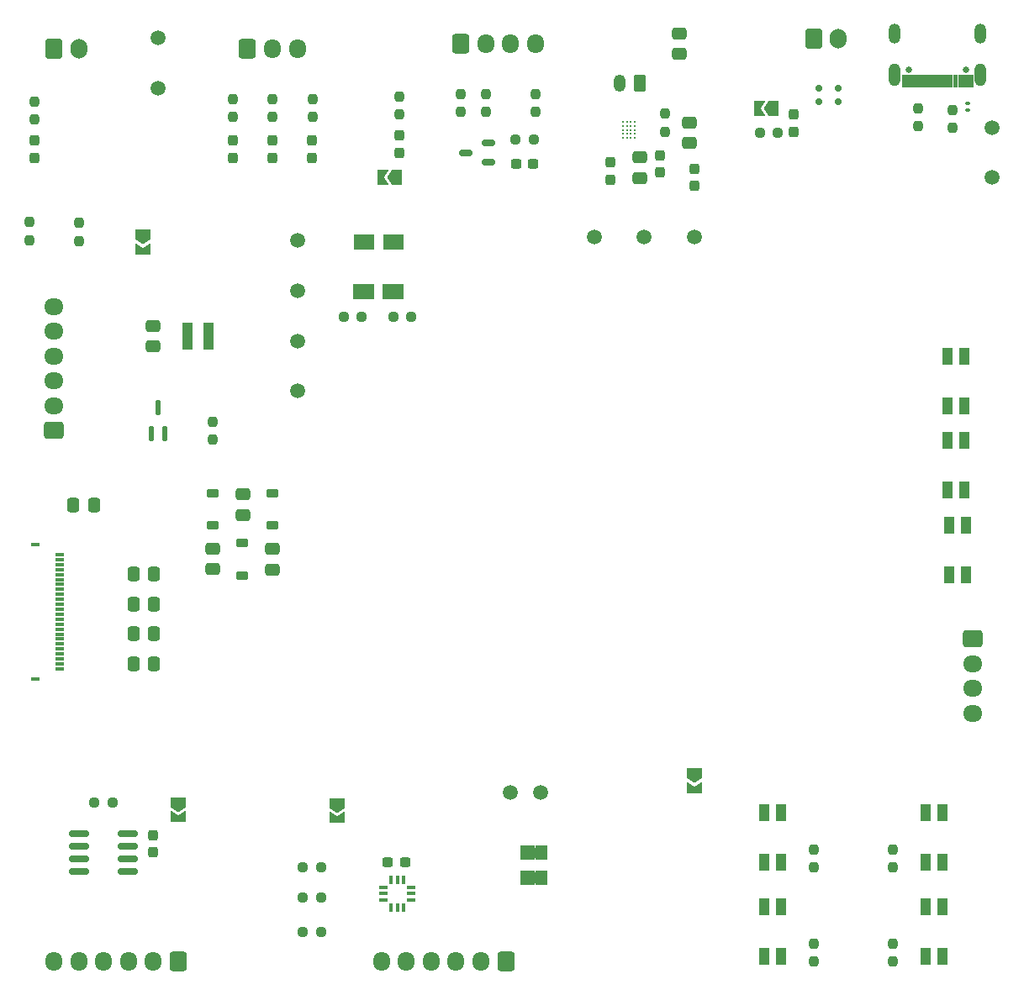
<source format=gts>
G04 #@! TF.GenerationSoftware,KiCad,Pcbnew,8.0.2*
G04 #@! TF.CreationDate,2024-10-06T17:22:18-06:00*
G04 #@! TF.ProjectId,kicad,6b696361-642e-46b6-9963-61645f706362,rev?*
G04 #@! TF.SameCoordinates,Original*
G04 #@! TF.FileFunction,Soldermask,Top*
G04 #@! TF.FilePolarity,Negative*
%FSLAX46Y46*%
G04 Gerber Fmt 4.6, Leading zero omitted, Abs format (unit mm)*
G04 Created by KiCad (PCBNEW 8.0.2) date 2024-10-06 17:22:18*
%MOMM*%
%LPD*%
G01*
G04 APERTURE LIST*
G04 Aperture macros list*
%AMRoundRect*
0 Rectangle with rounded corners*
0 $1 Rounding radius*
0 $2 $3 $4 $5 $6 $7 $8 $9 X,Y pos of 4 corners*
0 Add a 4 corners polygon primitive as box body*
4,1,4,$2,$3,$4,$5,$6,$7,$8,$9,$2,$3,0*
0 Add four circle primitives for the rounded corners*
1,1,$1+$1,$2,$3*
1,1,$1+$1,$4,$5*
1,1,$1+$1,$6,$7*
1,1,$1+$1,$8,$9*
0 Add four rect primitives between the rounded corners*
20,1,$1+$1,$2,$3,$4,$5,0*
20,1,$1+$1,$4,$5,$6,$7,0*
20,1,$1+$1,$6,$7,$8,$9,0*
20,1,$1+$1,$8,$9,$2,$3,0*%
%AMFreePoly0*
4,1,6,1.000000,0.000000,0.500000,-0.750000,-0.500000,-0.750000,-0.500000,0.750000,0.500000,0.750000,1.000000,0.000000,1.000000,0.000000,$1*%
%AMFreePoly1*
4,1,6,0.500000,-0.750000,-0.650000,-0.750000,-0.150000,0.000000,-0.650000,0.750000,0.500000,0.750000,0.500000,-0.750000,0.500000,-0.750000,$1*%
G04 Aperture macros list end*
%ADD10C,0.010000*%
%ADD11R,1.000000X1.800000*%
%ADD12R,0.990600X2.692400*%
%ADD13RoundRect,0.237500X0.237500X-0.287500X0.237500X0.287500X-0.237500X0.287500X-0.237500X-0.287500X0*%
%ADD14RoundRect,0.237500X0.237500X-0.250000X0.237500X0.250000X-0.237500X0.250000X-0.237500X-0.250000X0*%
%ADD15C,1.500000*%
%ADD16RoundRect,0.075000X-0.175000X0.075000X-0.175000X-0.075000X0.175000X-0.075000X0.175000X0.075000X0*%
%ADD17RoundRect,0.237500X-0.237500X0.250000X-0.237500X-0.250000X0.237500X-0.250000X0.237500X0.250000X0*%
%ADD18C,0.650000*%
%ADD19O,1.204000X2.304000*%
%ADD20O,1.204000X2.004000*%
%ADD21RoundRect,0.237500X-0.237500X0.300000X-0.237500X-0.300000X0.237500X-0.300000X0.237500X0.300000X0*%
%ADD22RoundRect,0.250000X0.350000X0.625000X-0.350000X0.625000X-0.350000X-0.625000X0.350000X-0.625000X0*%
%ADD23O,1.200000X1.750000*%
%ADD24RoundRect,0.237500X0.250000X0.237500X-0.250000X0.237500X-0.250000X-0.237500X0.250000X-0.237500X0*%
%ADD25FreePoly0,270.000000*%
%ADD26FreePoly1,270.000000*%
%ADD27RoundRect,0.150000X0.200000X-0.150000X0.200000X0.150000X-0.200000X0.150000X-0.200000X-0.150000X0*%
%ADD28RoundRect,0.250000X-0.475000X0.337500X-0.475000X-0.337500X0.475000X-0.337500X0.475000X0.337500X0*%
%ADD29RoundRect,0.225000X0.375000X-0.225000X0.375000X0.225000X-0.375000X0.225000X-0.375000X-0.225000X0*%
%ADD30RoundRect,0.225000X-0.375000X0.225000X-0.375000X-0.225000X0.375000X-0.225000X0.375000X0.225000X0*%
%ADD31RoundRect,0.250000X-0.600000X-0.725000X0.600000X-0.725000X0.600000X0.725000X-0.600000X0.725000X0*%
%ADD32O,1.700000X1.950000*%
%ADD33RoundRect,0.250000X0.337500X0.475000X-0.337500X0.475000X-0.337500X-0.475000X0.337500X-0.475000X0*%
%ADD34R,1.500000X1.500000*%
%ADD35FreePoly0,0.000000*%
%ADD36FreePoly0,180.000000*%
%ADD37RoundRect,0.237500X-0.300000X-0.237500X0.300000X-0.237500X0.300000X0.237500X-0.300000X0.237500X0*%
%ADD38RoundRect,0.250000X0.725000X-0.600000X0.725000X0.600000X-0.725000X0.600000X-0.725000X-0.600000X0*%
%ADD39O,1.950000X1.700000*%
%ADD40RoundRect,0.250000X-0.600000X-0.750000X0.600000X-0.750000X0.600000X0.750000X-0.600000X0.750000X0*%
%ADD41O,1.700000X2.000000*%
%ADD42RoundRect,0.237500X-0.250000X-0.237500X0.250000X-0.237500X0.250000X0.237500X-0.250000X0.237500X0*%
%ADD43R,0.350000X0.950000*%
%ADD44R,0.950000X0.350000*%
%ADD45FreePoly1,180.000000*%
%ADD46RoundRect,0.250000X0.600000X0.725000X-0.600000X0.725000X-0.600000X-0.725000X0.600000X-0.725000X0*%
%ADD47RoundRect,0.250000X-0.725000X0.600000X-0.725000X-0.600000X0.725000X-0.600000X0.725000X0.600000X0*%
%ADD48RoundRect,0.250000X-0.337500X-0.475000X0.337500X-0.475000X0.337500X0.475000X-0.337500X0.475000X0*%
%ADD49RoundRect,0.250000X0.475000X-0.337500X0.475000X0.337500X-0.475000X0.337500X-0.475000X-0.337500X0*%
%ADD50RoundRect,0.112500X-0.112500X-0.637500X0.112500X-0.637500X0.112500X0.637500X-0.112500X0.637500X0*%
%ADD51C,0.230000*%
%ADD52RoundRect,0.150000X-0.825000X-0.150000X0.825000X-0.150000X0.825000X0.150000X-0.825000X0.150000X0*%
%ADD53RoundRect,0.150000X0.512500X0.150000X-0.512500X0.150000X-0.512500X-0.150000X0.512500X-0.150000X0*%
%ADD54R,0.838200X0.355600*%
%ADD55R,0.838200X0.406400*%
G04 APERTURE END LIST*
D10*
X183150000Y-54880000D02*
X182450000Y-54880000D01*
X182450000Y-53630000D01*
X183150000Y-53630000D01*
X183150000Y-54880000D01*
G36*
X183150000Y-54880000D02*
G01*
X182450000Y-54880000D01*
X182450000Y-53630000D01*
X183150000Y-53630000D01*
X183150000Y-54880000D01*
G37*
X183950000Y-54880000D02*
X183250000Y-54880000D01*
X183250000Y-53630000D01*
X183950000Y-53630000D01*
X183950000Y-54880000D01*
G36*
X183950000Y-54880000D02*
G01*
X183250000Y-54880000D01*
X183250000Y-53630000D01*
X183950000Y-53630000D01*
X183950000Y-54880000D01*
G37*
X184450000Y-54880000D02*
X184050000Y-54880000D01*
X184050000Y-53630000D01*
X184450000Y-53630000D01*
X184450000Y-54880000D01*
G36*
X184450000Y-54880000D02*
G01*
X184050000Y-54880000D01*
X184050000Y-53630000D01*
X184450000Y-53630000D01*
X184450000Y-54880000D01*
G37*
X184950000Y-54880000D02*
X184550000Y-54880000D01*
X184550000Y-53630000D01*
X184950000Y-53630000D01*
X184950000Y-54880000D01*
G36*
X184950000Y-54880000D02*
G01*
X184550000Y-54880000D01*
X184550000Y-53630000D01*
X184950000Y-53630000D01*
X184950000Y-54880000D01*
G37*
X185450000Y-54880000D02*
X185050000Y-54880000D01*
X185050000Y-53630000D01*
X185450000Y-53630000D01*
X185450000Y-54880000D01*
G36*
X185450000Y-54880000D02*
G01*
X185050000Y-54880000D01*
X185050000Y-53630000D01*
X185450000Y-53630000D01*
X185450000Y-54880000D01*
G37*
X185950000Y-54880000D02*
X185550000Y-54880000D01*
X185550000Y-53630000D01*
X185950000Y-53630000D01*
X185950000Y-54880000D01*
G36*
X185950000Y-54880000D02*
G01*
X185550000Y-54880000D01*
X185550000Y-53630000D01*
X185950000Y-53630000D01*
X185950000Y-54880000D01*
G37*
X186450000Y-54880000D02*
X186050000Y-54880000D01*
X186050000Y-53630000D01*
X186450000Y-53630000D01*
X186450000Y-54880000D01*
G36*
X186450000Y-54880000D02*
G01*
X186050000Y-54880000D01*
X186050000Y-53630000D01*
X186450000Y-53630000D01*
X186450000Y-54880000D01*
G37*
X186950000Y-54880000D02*
X186550000Y-54880000D01*
X186550000Y-53630000D01*
X186950000Y-53630000D01*
X186950000Y-54880000D01*
G36*
X186950000Y-54880000D02*
G01*
X186550000Y-54880000D01*
X186550000Y-53630000D01*
X186950000Y-53630000D01*
X186950000Y-54880000D01*
G37*
X187450000Y-54880000D02*
X187050000Y-54880000D01*
X187050000Y-53630000D01*
X187450000Y-53630000D01*
X187450000Y-54880000D01*
G36*
X187450000Y-54880000D02*
G01*
X187050000Y-54880000D01*
X187050000Y-53630000D01*
X187450000Y-53630000D01*
X187450000Y-54880000D01*
G37*
X187950000Y-54880000D02*
X187550000Y-54880000D01*
X187550000Y-53630000D01*
X187950000Y-53630000D01*
X187950000Y-54880000D01*
G36*
X187950000Y-54880000D02*
G01*
X187550000Y-54880000D01*
X187550000Y-53630000D01*
X187950000Y-53630000D01*
X187950000Y-54880000D01*
G37*
X188750000Y-54880000D02*
X188050000Y-54880000D01*
X188050000Y-53630000D01*
X188750000Y-53630000D01*
X188750000Y-54880000D01*
G36*
X188750000Y-54880000D02*
G01*
X188050000Y-54880000D01*
X188050000Y-53630000D01*
X188750000Y-53630000D01*
X188750000Y-54880000D01*
G37*
X189550000Y-54880000D02*
X188850000Y-54880000D01*
X188850000Y-53630000D01*
X189550000Y-53630000D01*
X189550000Y-54880000D01*
G36*
X189550000Y-54880000D02*
G01*
X188850000Y-54880000D01*
X188850000Y-53630000D01*
X189550000Y-53630000D01*
X189550000Y-54880000D01*
G37*
X145320000Y-131485000D02*
X145320000Y-131488000D01*
X145320000Y-131490000D01*
X145321000Y-131493000D01*
X145321000Y-131495000D01*
X145322000Y-131498000D01*
X145322000Y-131500000D01*
X145323000Y-131503000D01*
X145324000Y-131505000D01*
X145325000Y-131508000D01*
X145327000Y-131510000D01*
X145328000Y-131512000D01*
X145330000Y-131514000D01*
X145331000Y-131516000D01*
X145333000Y-131518000D01*
X145335000Y-131520000D01*
X145337000Y-131522000D01*
X145339000Y-131524000D01*
X145341000Y-131525000D01*
X145343000Y-131527000D01*
X145345000Y-131528000D01*
X145347000Y-131530000D01*
X145350000Y-131531000D01*
X145352000Y-131532000D01*
X145355000Y-131533000D01*
X145357000Y-131533000D01*
X145360000Y-131534000D01*
X145362000Y-131534000D01*
X145365000Y-131535000D01*
X145367000Y-131535000D01*
X145370000Y-131535000D01*
X145420000Y-131535000D01*
X145423000Y-131535000D01*
X145425000Y-131535000D01*
X145428000Y-131534000D01*
X145430000Y-131534000D01*
X145433000Y-131533000D01*
X145435000Y-131533000D01*
X145438000Y-131532000D01*
X145440000Y-131531000D01*
X145443000Y-131530000D01*
X145445000Y-131528000D01*
X145447000Y-131527000D01*
X145449000Y-131525000D01*
X145451000Y-131524000D01*
X145453000Y-131522000D01*
X145455000Y-131520000D01*
X145457000Y-131518000D01*
X145459000Y-131516000D01*
X145460000Y-131514000D01*
X145462000Y-131512000D01*
X145463000Y-131510000D01*
X145465000Y-131508000D01*
X145466000Y-131505000D01*
X145467000Y-131503000D01*
X145468000Y-131500000D01*
X145468000Y-131498000D01*
X145469000Y-131495000D01*
X145469000Y-131493000D01*
X145470000Y-131490000D01*
X145470000Y-131488000D01*
X145470000Y-131485000D01*
X145470000Y-131325000D01*
X146610000Y-131325000D01*
X146610000Y-132675000D01*
X145470000Y-132675000D01*
X145470000Y-132515000D01*
X145470000Y-132512000D01*
X145470000Y-132510000D01*
X145469000Y-132507000D01*
X145469000Y-132505000D01*
X145468000Y-132502000D01*
X145468000Y-132500000D01*
X145467000Y-132497000D01*
X145466000Y-132495000D01*
X145465000Y-132492000D01*
X145463000Y-132490000D01*
X145462000Y-132488000D01*
X145460000Y-132486000D01*
X145459000Y-132484000D01*
X145457000Y-132482000D01*
X145455000Y-132480000D01*
X145453000Y-132478000D01*
X145451000Y-132476000D01*
X145449000Y-132475000D01*
X145447000Y-132473000D01*
X145445000Y-132472000D01*
X145443000Y-132470000D01*
X145440000Y-132469000D01*
X145438000Y-132468000D01*
X145435000Y-132467000D01*
X145433000Y-132467000D01*
X145430000Y-132466000D01*
X145428000Y-132466000D01*
X145425000Y-132465000D01*
X145423000Y-132465000D01*
X145420000Y-132465000D01*
X145370000Y-132465000D01*
X145367000Y-132465000D01*
X145365000Y-132465000D01*
X145362000Y-132466000D01*
X145360000Y-132466000D01*
X145357000Y-132467000D01*
X145355000Y-132467000D01*
X145352000Y-132468000D01*
X145350000Y-132469000D01*
X145347000Y-132470000D01*
X145345000Y-132472000D01*
X145343000Y-132473000D01*
X145341000Y-132475000D01*
X145339000Y-132476000D01*
X145337000Y-132478000D01*
X145335000Y-132480000D01*
X145333000Y-132482000D01*
X145331000Y-132484000D01*
X145330000Y-132486000D01*
X145328000Y-132488000D01*
X145327000Y-132490000D01*
X145325000Y-132492000D01*
X145324000Y-132495000D01*
X145323000Y-132497000D01*
X145322000Y-132500000D01*
X145322000Y-132502000D01*
X145321000Y-132505000D01*
X145321000Y-132507000D01*
X145320000Y-132510000D01*
X145320000Y-132512000D01*
X145320000Y-132515000D01*
X145320000Y-132675000D01*
X143970000Y-132675000D01*
X143970000Y-131325000D01*
X145320000Y-131325000D01*
X145320000Y-131485000D01*
G36*
X145320000Y-131485000D02*
G01*
X145320000Y-131488000D01*
X145320000Y-131490000D01*
X145321000Y-131493000D01*
X145321000Y-131495000D01*
X145322000Y-131498000D01*
X145322000Y-131500000D01*
X145323000Y-131503000D01*
X145324000Y-131505000D01*
X145325000Y-131508000D01*
X145327000Y-131510000D01*
X145328000Y-131512000D01*
X145330000Y-131514000D01*
X145331000Y-131516000D01*
X145333000Y-131518000D01*
X145335000Y-131520000D01*
X145337000Y-131522000D01*
X145339000Y-131524000D01*
X145341000Y-131525000D01*
X145343000Y-131527000D01*
X145345000Y-131528000D01*
X145347000Y-131530000D01*
X145350000Y-131531000D01*
X145352000Y-131532000D01*
X145355000Y-131533000D01*
X145357000Y-131533000D01*
X145360000Y-131534000D01*
X145362000Y-131534000D01*
X145365000Y-131535000D01*
X145367000Y-131535000D01*
X145370000Y-131535000D01*
X145420000Y-131535000D01*
X145423000Y-131535000D01*
X145425000Y-131535000D01*
X145428000Y-131534000D01*
X145430000Y-131534000D01*
X145433000Y-131533000D01*
X145435000Y-131533000D01*
X145438000Y-131532000D01*
X145440000Y-131531000D01*
X145443000Y-131530000D01*
X145445000Y-131528000D01*
X145447000Y-131527000D01*
X145449000Y-131525000D01*
X145451000Y-131524000D01*
X145453000Y-131522000D01*
X145455000Y-131520000D01*
X145457000Y-131518000D01*
X145459000Y-131516000D01*
X145460000Y-131514000D01*
X145462000Y-131512000D01*
X145463000Y-131510000D01*
X145465000Y-131508000D01*
X145466000Y-131505000D01*
X145467000Y-131503000D01*
X145468000Y-131500000D01*
X145468000Y-131498000D01*
X145469000Y-131495000D01*
X145469000Y-131493000D01*
X145470000Y-131490000D01*
X145470000Y-131488000D01*
X145470000Y-131485000D01*
X145470000Y-131325000D01*
X146610000Y-131325000D01*
X146610000Y-132675000D01*
X145470000Y-132675000D01*
X145470000Y-132515000D01*
X145470000Y-132512000D01*
X145470000Y-132510000D01*
X145469000Y-132507000D01*
X145469000Y-132505000D01*
X145468000Y-132502000D01*
X145468000Y-132500000D01*
X145467000Y-132497000D01*
X145466000Y-132495000D01*
X145465000Y-132492000D01*
X145463000Y-132490000D01*
X145462000Y-132488000D01*
X145460000Y-132486000D01*
X145459000Y-132484000D01*
X145457000Y-132482000D01*
X145455000Y-132480000D01*
X145453000Y-132478000D01*
X145451000Y-132476000D01*
X145449000Y-132475000D01*
X145447000Y-132473000D01*
X145445000Y-132472000D01*
X145443000Y-132470000D01*
X145440000Y-132469000D01*
X145438000Y-132468000D01*
X145435000Y-132467000D01*
X145433000Y-132467000D01*
X145430000Y-132466000D01*
X145428000Y-132466000D01*
X145425000Y-132465000D01*
X145423000Y-132465000D01*
X145420000Y-132465000D01*
X145370000Y-132465000D01*
X145367000Y-132465000D01*
X145365000Y-132465000D01*
X145362000Y-132466000D01*
X145360000Y-132466000D01*
X145357000Y-132467000D01*
X145355000Y-132467000D01*
X145352000Y-132468000D01*
X145350000Y-132469000D01*
X145347000Y-132470000D01*
X145345000Y-132472000D01*
X145343000Y-132473000D01*
X145341000Y-132475000D01*
X145339000Y-132476000D01*
X145337000Y-132478000D01*
X145335000Y-132480000D01*
X145333000Y-132482000D01*
X145331000Y-132484000D01*
X145330000Y-132486000D01*
X145328000Y-132488000D01*
X145327000Y-132490000D01*
X145325000Y-132492000D01*
X145324000Y-132495000D01*
X145323000Y-132497000D01*
X145322000Y-132500000D01*
X145322000Y-132502000D01*
X145321000Y-132505000D01*
X145321000Y-132507000D01*
X145320000Y-132510000D01*
X145320000Y-132512000D01*
X145320000Y-132515000D01*
X145320000Y-132675000D01*
X143970000Y-132675000D01*
X143970000Y-131325000D01*
X145320000Y-131325000D01*
X145320000Y-131485000D01*
G37*
X145320000Y-133985000D02*
X145320000Y-133988000D01*
X145320000Y-133990000D01*
X145321000Y-133993000D01*
X145321000Y-133995000D01*
X145322000Y-133998000D01*
X145322000Y-134000000D01*
X145323000Y-134003000D01*
X145324000Y-134005000D01*
X145325000Y-134008000D01*
X145327000Y-134010000D01*
X145328000Y-134012000D01*
X145330000Y-134014000D01*
X145331000Y-134016000D01*
X145333000Y-134018000D01*
X145335000Y-134020000D01*
X145337000Y-134022000D01*
X145339000Y-134024000D01*
X145341000Y-134025000D01*
X145343000Y-134027000D01*
X145345000Y-134028000D01*
X145347000Y-134030000D01*
X145350000Y-134031000D01*
X145352000Y-134032000D01*
X145355000Y-134033000D01*
X145357000Y-134033000D01*
X145360000Y-134034000D01*
X145362000Y-134034000D01*
X145365000Y-134035000D01*
X145367000Y-134035000D01*
X145370000Y-134035000D01*
X145420000Y-134035000D01*
X145423000Y-134035000D01*
X145425000Y-134035000D01*
X145428000Y-134034000D01*
X145430000Y-134034000D01*
X145433000Y-134033000D01*
X145435000Y-134033000D01*
X145438000Y-134032000D01*
X145440000Y-134031000D01*
X145443000Y-134030000D01*
X145445000Y-134028000D01*
X145447000Y-134027000D01*
X145449000Y-134025000D01*
X145451000Y-134024000D01*
X145453000Y-134022000D01*
X145455000Y-134020000D01*
X145457000Y-134018000D01*
X145459000Y-134016000D01*
X145460000Y-134014000D01*
X145462000Y-134012000D01*
X145463000Y-134010000D01*
X145465000Y-134008000D01*
X145466000Y-134005000D01*
X145467000Y-134003000D01*
X145468000Y-134000000D01*
X145468000Y-133998000D01*
X145469000Y-133995000D01*
X145469000Y-133993000D01*
X145470000Y-133990000D01*
X145470000Y-133988000D01*
X145470000Y-133985000D01*
X145470000Y-133825000D01*
X146610000Y-133825000D01*
X146610000Y-135175000D01*
X145470000Y-135175000D01*
X145470000Y-135015000D01*
X145470000Y-135012000D01*
X145470000Y-135010000D01*
X145469000Y-135007000D01*
X145469000Y-135005000D01*
X145468000Y-135002000D01*
X145468000Y-135000000D01*
X145467000Y-134997000D01*
X145466000Y-134995000D01*
X145465000Y-134992000D01*
X145463000Y-134990000D01*
X145462000Y-134988000D01*
X145460000Y-134986000D01*
X145459000Y-134984000D01*
X145457000Y-134982000D01*
X145455000Y-134980000D01*
X145453000Y-134978000D01*
X145451000Y-134976000D01*
X145449000Y-134975000D01*
X145447000Y-134973000D01*
X145445000Y-134972000D01*
X145443000Y-134970000D01*
X145440000Y-134969000D01*
X145438000Y-134968000D01*
X145435000Y-134967000D01*
X145433000Y-134967000D01*
X145430000Y-134966000D01*
X145428000Y-134966000D01*
X145425000Y-134965000D01*
X145423000Y-134965000D01*
X145420000Y-134965000D01*
X145370000Y-134965000D01*
X145367000Y-134965000D01*
X145365000Y-134965000D01*
X145362000Y-134966000D01*
X145360000Y-134966000D01*
X145357000Y-134967000D01*
X145355000Y-134967000D01*
X145352000Y-134968000D01*
X145350000Y-134969000D01*
X145347000Y-134970000D01*
X145345000Y-134972000D01*
X145343000Y-134973000D01*
X145341000Y-134975000D01*
X145339000Y-134976000D01*
X145337000Y-134978000D01*
X145335000Y-134980000D01*
X145333000Y-134982000D01*
X145331000Y-134984000D01*
X145330000Y-134986000D01*
X145328000Y-134988000D01*
X145327000Y-134990000D01*
X145325000Y-134992000D01*
X145324000Y-134995000D01*
X145323000Y-134997000D01*
X145322000Y-135000000D01*
X145322000Y-135002000D01*
X145321000Y-135005000D01*
X145321000Y-135007000D01*
X145320000Y-135010000D01*
X145320000Y-135012000D01*
X145320000Y-135015000D01*
X145320000Y-135175000D01*
X143970000Y-135175000D01*
X143970000Y-133825000D01*
X145320000Y-133825000D01*
X145320000Y-133985000D01*
G36*
X145320000Y-133985000D02*
G01*
X145320000Y-133988000D01*
X145320000Y-133990000D01*
X145321000Y-133993000D01*
X145321000Y-133995000D01*
X145322000Y-133998000D01*
X145322000Y-134000000D01*
X145323000Y-134003000D01*
X145324000Y-134005000D01*
X145325000Y-134008000D01*
X145327000Y-134010000D01*
X145328000Y-134012000D01*
X145330000Y-134014000D01*
X145331000Y-134016000D01*
X145333000Y-134018000D01*
X145335000Y-134020000D01*
X145337000Y-134022000D01*
X145339000Y-134024000D01*
X145341000Y-134025000D01*
X145343000Y-134027000D01*
X145345000Y-134028000D01*
X145347000Y-134030000D01*
X145350000Y-134031000D01*
X145352000Y-134032000D01*
X145355000Y-134033000D01*
X145357000Y-134033000D01*
X145360000Y-134034000D01*
X145362000Y-134034000D01*
X145365000Y-134035000D01*
X145367000Y-134035000D01*
X145370000Y-134035000D01*
X145420000Y-134035000D01*
X145423000Y-134035000D01*
X145425000Y-134035000D01*
X145428000Y-134034000D01*
X145430000Y-134034000D01*
X145433000Y-134033000D01*
X145435000Y-134033000D01*
X145438000Y-134032000D01*
X145440000Y-134031000D01*
X145443000Y-134030000D01*
X145445000Y-134028000D01*
X145447000Y-134027000D01*
X145449000Y-134025000D01*
X145451000Y-134024000D01*
X145453000Y-134022000D01*
X145455000Y-134020000D01*
X145457000Y-134018000D01*
X145459000Y-134016000D01*
X145460000Y-134014000D01*
X145462000Y-134012000D01*
X145463000Y-134010000D01*
X145465000Y-134008000D01*
X145466000Y-134005000D01*
X145467000Y-134003000D01*
X145468000Y-134000000D01*
X145468000Y-133998000D01*
X145469000Y-133995000D01*
X145469000Y-133993000D01*
X145470000Y-133990000D01*
X145470000Y-133988000D01*
X145470000Y-133985000D01*
X145470000Y-133825000D01*
X146610000Y-133825000D01*
X146610000Y-135175000D01*
X145470000Y-135175000D01*
X145470000Y-135015000D01*
X145470000Y-135012000D01*
X145470000Y-135010000D01*
X145469000Y-135007000D01*
X145469000Y-135005000D01*
X145468000Y-135002000D01*
X145468000Y-135000000D01*
X145467000Y-134997000D01*
X145466000Y-134995000D01*
X145465000Y-134992000D01*
X145463000Y-134990000D01*
X145462000Y-134988000D01*
X145460000Y-134986000D01*
X145459000Y-134984000D01*
X145457000Y-134982000D01*
X145455000Y-134980000D01*
X145453000Y-134978000D01*
X145451000Y-134976000D01*
X145449000Y-134975000D01*
X145447000Y-134973000D01*
X145445000Y-134972000D01*
X145443000Y-134970000D01*
X145440000Y-134969000D01*
X145438000Y-134968000D01*
X145435000Y-134967000D01*
X145433000Y-134967000D01*
X145430000Y-134966000D01*
X145428000Y-134966000D01*
X145425000Y-134965000D01*
X145423000Y-134965000D01*
X145420000Y-134965000D01*
X145370000Y-134965000D01*
X145367000Y-134965000D01*
X145365000Y-134965000D01*
X145362000Y-134966000D01*
X145360000Y-134966000D01*
X145357000Y-134967000D01*
X145355000Y-134967000D01*
X145352000Y-134968000D01*
X145350000Y-134969000D01*
X145347000Y-134970000D01*
X145345000Y-134972000D01*
X145343000Y-134973000D01*
X145341000Y-134975000D01*
X145339000Y-134976000D01*
X145337000Y-134978000D01*
X145335000Y-134980000D01*
X145333000Y-134982000D01*
X145331000Y-134984000D01*
X145330000Y-134986000D01*
X145328000Y-134988000D01*
X145327000Y-134990000D01*
X145325000Y-134992000D01*
X145324000Y-134995000D01*
X145323000Y-134997000D01*
X145322000Y-135000000D01*
X145322000Y-135002000D01*
X145321000Y-135005000D01*
X145321000Y-135007000D01*
X145320000Y-135010000D01*
X145320000Y-135012000D01*
X145320000Y-135015000D01*
X145320000Y-135175000D01*
X143970000Y-135175000D01*
X143970000Y-133825000D01*
X145320000Y-133825000D01*
X145320000Y-133985000D01*
G37*
D11*
X184800000Y-142500000D03*
X184800000Y-137500000D03*
X186500000Y-142500000D03*
X186500000Y-137500000D03*
D12*
X112592200Y-80000000D03*
X110407800Y-80000000D03*
D13*
X171500000Y-59375000D03*
X171500000Y-57625000D03*
X115000000Y-62000000D03*
X115000000Y-60250000D03*
D14*
X138000000Y-57412500D03*
X138000000Y-55587500D03*
D15*
X191500000Y-64000000D03*
X151400000Y-70000000D03*
D16*
X189000000Y-57200000D03*
X189000000Y-56500000D03*
D17*
X131815000Y-55837500D03*
X131815000Y-57662500D03*
D18*
X188890000Y-53180000D03*
X183110000Y-53180000D03*
D19*
X190320000Y-53680000D03*
D20*
X190320000Y-49500000D03*
D19*
X181680000Y-53680000D03*
D20*
X181680000Y-49500000D03*
D17*
X119040000Y-56087500D03*
X119040000Y-57912500D03*
D21*
X153000000Y-62500000D03*
X153000000Y-64225000D03*
D22*
X156000000Y-54500000D03*
D23*
X154000000Y-54500000D03*
D15*
X121500000Y-85500000D03*
D24*
X102912500Y-127000000D03*
X101087500Y-127000000D03*
D25*
X125500000Y-127050000D03*
D26*
X125500000Y-128500000D03*
D27*
X174000000Y-55000000D03*
X174000000Y-56400000D03*
D13*
X123000000Y-62000000D03*
X123000000Y-60250000D03*
D28*
X107000000Y-78962500D03*
X107000000Y-81037500D03*
D29*
X113000000Y-99075000D03*
X113000000Y-95775000D03*
D17*
X94500000Y-68500000D03*
X94500000Y-70325000D03*
X184000000Y-58825000D03*
X184000000Y-57000000D03*
D30*
X119000000Y-95775000D03*
X119000000Y-99075000D03*
D31*
X116500000Y-51000000D03*
D32*
X119000000Y-51000000D03*
X121500000Y-51000000D03*
D33*
X107075000Y-113000000D03*
X105000000Y-113000000D03*
D24*
X133000000Y-78000000D03*
X131175000Y-78000000D03*
D33*
X107075000Y-106980000D03*
X105000000Y-106980000D03*
D34*
X128500000Y-70500000D03*
X130900000Y-70500000D03*
D35*
X127700000Y-70500000D03*
D36*
X131700000Y-70500000D03*
D15*
X146000000Y-126000000D03*
D11*
X187000000Y-95500000D03*
X187000000Y-90500000D03*
X188700000Y-95500000D03*
X188700000Y-90500000D03*
D37*
X143525000Y-62645000D03*
X145250000Y-62645000D03*
D17*
X187510000Y-57175000D03*
X187510000Y-59000000D03*
D15*
X107500000Y-55000000D03*
D14*
X145500000Y-57412500D03*
X145500000Y-55587500D03*
D13*
X95000000Y-62000000D03*
X95000000Y-60250000D03*
D33*
X107075000Y-109990000D03*
X105000000Y-109990000D03*
D38*
X97000000Y-89500000D03*
D39*
X97000000Y-87000000D03*
X97000000Y-84500000D03*
X97000000Y-82000000D03*
X97000000Y-79500000D03*
X97000000Y-77000000D03*
D40*
X97000000Y-51000000D03*
D41*
X99500000Y-51000000D03*
D15*
X107500000Y-49950000D03*
X161500000Y-70000000D03*
X191500000Y-59000000D03*
X156450000Y-70000000D03*
D42*
X122087500Y-133500000D03*
X123912500Y-133500000D03*
D31*
X138000000Y-50500000D03*
D32*
X140500000Y-50500000D03*
X143000000Y-50500000D03*
X145500000Y-50500000D03*
D43*
X130950000Y-137550000D03*
X131600000Y-137550000D03*
X132250000Y-137550000D03*
D44*
X133000000Y-136800000D03*
X133000000Y-136150000D03*
X133000000Y-135500000D03*
D43*
X132250000Y-134750000D03*
X131600000Y-134750000D03*
X130950000Y-134750000D03*
D44*
X130200000Y-135500000D03*
X130200000Y-136150000D03*
X130200000Y-136800000D03*
D14*
X173500000Y-133500000D03*
X173500000Y-131675000D03*
D42*
X168087500Y-59500000D03*
X169912500Y-59500000D03*
D21*
X161500000Y-63137500D03*
X161500000Y-64862500D03*
D40*
X173500000Y-50000000D03*
D41*
X176000000Y-50000000D03*
D14*
X181500000Y-143000000D03*
X181500000Y-141175000D03*
D17*
X99500000Y-68587500D03*
X99500000Y-70412500D03*
D21*
X158000000Y-61775000D03*
X158000000Y-63500000D03*
D15*
X121500000Y-75400000D03*
D36*
X131500000Y-64000000D03*
D45*
X130050000Y-64000000D03*
D15*
X143000000Y-126000000D03*
D46*
X142500000Y-143000000D03*
D32*
X140000000Y-143000000D03*
X137500000Y-143000000D03*
X135000000Y-143000000D03*
X132500000Y-143000000D03*
X130000000Y-143000000D03*
D34*
X128475000Y-75500000D03*
X130875000Y-75500000D03*
D35*
X127675000Y-75500000D03*
D36*
X131675000Y-75500000D03*
D42*
X122087500Y-140000000D03*
X123912500Y-140000000D03*
D29*
X115925000Y-104075000D03*
X115925000Y-100775000D03*
D25*
X109500000Y-127000000D03*
D26*
X109500000Y-128450000D03*
D11*
X184800000Y-133000000D03*
X184800000Y-128000000D03*
X186500000Y-133000000D03*
X186500000Y-128000000D03*
D28*
X116000000Y-95925000D03*
X116000000Y-98000000D03*
D47*
X189500000Y-110500000D03*
D39*
X189500000Y-113000000D03*
X189500000Y-115500000D03*
X189500000Y-118000000D03*
D17*
X123040000Y-56087500D03*
X123040000Y-57912500D03*
D14*
X181500000Y-133500000D03*
X181500000Y-131675000D03*
D48*
X98962500Y-97000000D03*
X101037500Y-97000000D03*
D49*
X119000000Y-103500000D03*
X119000000Y-101425000D03*
D15*
X121500000Y-80450000D03*
D11*
X170200000Y-137500000D03*
X170200000Y-142500000D03*
X168500000Y-137500000D03*
X168500000Y-142500000D03*
D50*
X106850000Y-89830000D03*
X108150000Y-89830000D03*
X107500000Y-87170000D03*
D17*
X95040000Y-56337500D03*
X95040000Y-58162500D03*
D28*
X161000000Y-58462500D03*
X161000000Y-60537500D03*
D36*
X169500000Y-57000000D03*
D45*
X168050000Y-57000000D03*
D42*
X143475000Y-60135000D03*
X145300000Y-60135000D03*
D51*
X154300000Y-58400001D03*
X154699999Y-58400001D03*
X155100001Y-58400001D03*
X155500000Y-58400001D03*
X154300000Y-58800000D03*
X154699999Y-58800000D03*
X155100001Y-58800000D03*
X155500000Y-58800000D03*
X154300000Y-59200002D03*
X154699999Y-59200002D03*
X155100001Y-59200002D03*
X155500000Y-59200002D03*
X154300000Y-59600001D03*
X154699999Y-59600001D03*
X155100001Y-59600001D03*
X155500000Y-59600001D03*
X154300000Y-60000000D03*
X154699999Y-60000000D03*
X155100001Y-60000000D03*
X155500000Y-60000000D03*
D25*
X161500000Y-124050000D03*
D26*
X161500000Y-125500000D03*
D14*
X140500000Y-57412500D03*
X140500000Y-55587500D03*
D11*
X170200000Y-128000000D03*
X170200000Y-133000000D03*
X168500000Y-128000000D03*
X168500000Y-133000000D03*
D28*
X156000000Y-61962500D03*
X156000000Y-64037500D03*
D14*
X173500000Y-143000000D03*
X173500000Y-141175000D03*
D37*
X130637500Y-133000000D03*
X132362500Y-133000000D03*
D52*
X99525000Y-130095000D03*
X99525000Y-131365000D03*
X99525000Y-132635000D03*
X99525000Y-133905000D03*
X104475000Y-133905000D03*
X104475000Y-132635000D03*
X104475000Y-131365000D03*
X104475000Y-130095000D03*
D27*
X176000000Y-55000000D03*
X176000000Y-56400000D03*
D15*
X121500000Y-70350000D03*
D17*
X115040000Y-56087500D03*
X115040000Y-57912500D03*
D46*
X109500000Y-143000000D03*
D32*
X107000000Y-143000000D03*
X104500000Y-143000000D03*
X102000000Y-143000000D03*
X99500000Y-143000000D03*
X97000000Y-143000000D03*
D11*
X187000000Y-87000000D03*
X187000000Y-82000000D03*
X188700000Y-87000000D03*
X188700000Y-82000000D03*
D42*
X122087500Y-136500000D03*
X123912500Y-136500000D03*
D28*
X160000000Y-49462500D03*
X160000000Y-51537500D03*
D42*
X126175000Y-78000000D03*
X128000000Y-78000000D03*
D53*
X140775000Y-62450000D03*
X140775000Y-60550000D03*
X138500000Y-61500000D03*
D13*
X131775000Y-61500000D03*
X131775000Y-59750000D03*
D54*
X97590014Y-101999998D03*
X97590014Y-102499999D03*
X97590014Y-102999998D03*
X97590014Y-103500000D03*
X97590014Y-103999999D03*
X97590014Y-104499998D03*
X97590014Y-104999999D03*
X97590014Y-105499998D03*
X97590014Y-106000000D03*
X97590014Y-106499999D03*
X97590014Y-106999998D03*
X97590014Y-107499999D03*
X97590014Y-107999999D03*
X97590014Y-108500000D03*
X97590014Y-108999999D03*
X97590014Y-109499998D03*
X97590014Y-110000000D03*
X97590014Y-110499999D03*
X97590014Y-111000000D03*
X97590014Y-111499999D03*
X97590014Y-111999998D03*
X97590014Y-112500000D03*
X97590014Y-112999999D03*
X97590014Y-113499998D03*
D55*
X95090014Y-101000000D03*
X95090014Y-114499998D03*
D13*
X119000000Y-62000000D03*
X119000000Y-60250000D03*
D14*
X113000000Y-90412500D03*
X113000000Y-88587500D03*
D25*
X106000000Y-69775000D03*
D26*
X106000000Y-71225000D03*
D33*
X107075000Y-103970000D03*
X105000000Y-103970000D03*
D11*
X187150000Y-104000000D03*
X187150000Y-99000000D03*
X188850000Y-104000000D03*
X188850000Y-99000000D03*
D21*
X107000000Y-130275000D03*
X107000000Y-132000000D03*
D49*
X113000000Y-103462500D03*
X113000000Y-101387500D03*
D17*
X158500000Y-57587500D03*
X158500000Y-59412500D03*
M02*

</source>
